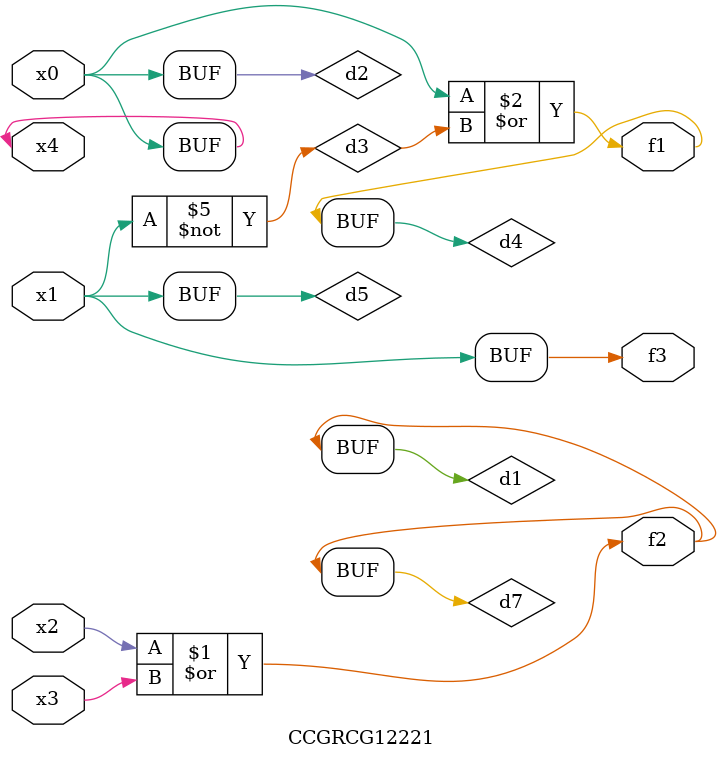
<source format=v>
module CCGRCG12221(
	input x0, x1, x2, x3, x4,
	output f1, f2, f3
);

	wire d1, d2, d3, d4, d5, d6, d7;

	or (d1, x2, x3);
	buf (d2, x0, x4);
	not (d3, x1);
	or (d4, d2, d3);
	not (d5, d3);
	nand (d6, d1, d3);
	or (d7, d1);
	assign f1 = d4;
	assign f2 = d7;
	assign f3 = d5;
endmodule

</source>
